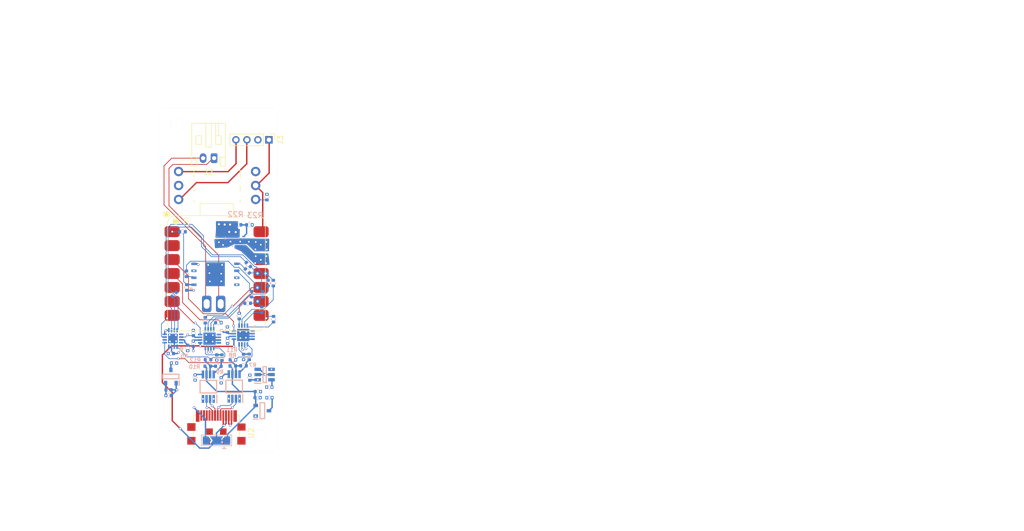
<source format=kicad_pcb>
(kicad_pcb (version 20240108) (generator "pcbnew") (generator_version "8.0")
  (title_block (rev "1"))
  (layers (0 "F.Cu" signal "Front") (1 "In1.Cu" signal) (2 "In2.Cu" signal) (31 "B.Cu" signal "Back") (34 "B.Paste" user) (35 "F.Paste" user) (36 "B.SilkS" user "B.Silkscreen") (37 "F.SilkS" user "F.Silkscreen") (38 "B.Mask" user) (39 "F.Mask" user) (44 "Edge.Cuts" user))
  (net 0 "")
  (net 1 "5V Lin")
  (net 2 "5V5")
  (net 3 "2V5 Lin")
  (net 4 "5V Reference")
  (net 5 "3V3")
  (net 6 "FilteredSig2")
  (net 7 "FilteredSig1")
  (net 8 "S2+")
  (net 9 "AmplifiedSig2")
  (net 10 "Net-(IC1-FB)")
  (net 11 "S2-")
  (net 12 "Net-(IC2-FB)")
  (net 13 "S1+")
  (net 14 "S1-")
  (net 15 "AmplifiedSig1")
  (net 16 "Net-(IC3-VREF)")
  (net 17 "SCLK_DAC")
  (net 18 "DAC Bias1")
  (net 19 "CS-DAC")
  (net 20 "MOSI_DAC")
  (net 21 "DAC Bias2")
  (net 22 "LDAC-DAC")
  (net 28 "ADC DReady2")
  (net 29 "MISO_ADC2")
  (net 30 "MOSI_ADC2")
  (net 31 "CS-ADC2")
  (net 32 "Gage Excitation")
  (net 33 "SCLK_ADC2")
  (net 34 "MISO_ADC1")
  (net 35 "SCLK_ADC1")
  (net 37 "ADC DReady1")
  (net 38 "CS-ADC1")
  (net 39 "MOSI_ADC1")
  (net 40 "SCLK_FLASH")
  (net 41 "MISO_FLASH")
  (net 42 "MOSI_FLASH")
  (net 43 "CS-MEM")
  (net 44 "5V USB")
  (net 45 "USB_D+")
  (net 46 "USB_D-")
  (net 47 "Net-(J1-CC)")
  (net 48 "BAT+")
  (net 49 "BAT-")
  (net 50 "Net-(PS3-FB)")
  (net 51 "Net-(U1-PA02_A0_D0)")
  (net 52 "MISO")
  (net 53 "SCLK")
  (net 54 "MOSI")
  (net 59 "Net-(U1-PA8_A4_D4_SDA)")
  (net 60 "Net-(U1-PB09_A7_D7_RX)")
  (net 62 "Net-(U1-PA11_A3_D3)")
  (net 63 "GNDA")
  (footprint "21xt_footprints:USB_C_MOUNT" (layer "F.Cu") (at 10.419606 56.226296)
    (property "Reference" "U2")
    (property "Value" "~")
  )
  (footprint "21xt_footprints:USB_C_PLACE" (layer "F.Cu") (at 10.55 11.629)
    (property "Reference" "J1" (hide yes))
    (property "Value" "USB_C_Plug_USB2.0")
  )
  (footprint "21xt_footprints:esp32 c6 smt" (layer "F.Cu") (at 10.66 30.17)
    (property "Reference" "U1")
    (property "Value" "esp32 c6 xiao")
  )
  (footprint "Connector_PinHeader_2.00mm:PinHeader_1x04_P2.00mm_Vertical" (layer "F.Cu") (at 19.97 5.86 -90)
    (property "Reference" "J3")
    (property "Value" "Conn_01x04")
  )
  (footprint "Connector_JST:JST_PH_S2B-PH-K_1x02_P2.00mm_Horizontal" (layer "F.Cu") (at 10 9.2 180)
    (property "Reference" "J2")
    (property "Value" "Conn_01x02")
  )
  (footprint "21xt_footprints:TPSM83100SIUR" (layer "B.Cu") (at 14.78 24.37)
    (property "Reference" "PS3" (hide yes))
    (property "Value" "TPSM83100SIUR" (hide yes))
  )
  (footprint "Capacitor_SMD:C_0402_1005Metric" (layer "B.Cu") (at 6.56 49.12 90)
    (property "Reference" "C3" (hide yes))
    (property "Value" "0.1uF")
  )
  (footprint "Resistor_SMD:R_0402_1005Metric" (layer "B.Cu") (at 20.81 38.5 90)
    (property "Reference" "R4" (hide yes))
    (property "Value" "45.5")
  )
  (footprint "Resistor_SMD:R_0402_1005Metric" (layer "B.Cu") (at 19.61 16.29 90)
    (property "Reference" "R6" (hide yes))
    (property "Value" "5k")
  )
  (footprint "Capacitor_SMD:C_0402_1005Metric" (layer "B.Cu") (at 1.73 51.36)
    (property "Reference" "C8" (hide yes))
    (property "Value" "1uF")
  )
  (footprint "Resistor_SMD:R_0402_1005Metric" (layer "B.Cu") (at 8.85 47.06)
    (property "Reference" "R10")
    (property "Value" "1k")
  )
  (footprint "Capacitor_SMD:C_0402_1005Metric" (layer "B.Cu") (at 2.14 44.75 180)
    (property "Reference" "C1" (hide yes))
    (property "Value" ".1uF")
  )
  (footprint "Resistor_SMD:R_0402_1005Metric" (layer "B.Cu") (at 4.26 22.6 180)
    (property "Reference" "R2" (hide yes))
    (property "Value" "45.5")
  )
  (footprint "Resistor_SMD:R_0402_1005Metric" (layer "B.Cu") (at 5.2 43.73 90)
    (property "Reference" "R5")
    (property "Value" "100")
  )
  (footprint "Resistor_SMD:R_0402_1005Metric" (layer "B.Cu") (at 18.8 33.96 -90)
    (property "Reference" "R18" (hide yes))
    (property "Value" "45.5")
  )
  (footprint "Resistor_SMD:R_0402_1005Metric" (layer "B.Cu") (at 5.03 32.73 90)
    (property "Reference" "R20" (hide yes))
    (property "Value" "100k")
  )
  (footprint "Resistor_SMD:R_0402_1005Metric" (layer "B.Cu") (at 10.78 39.14)
    (property "Reference" "R3" (hide yes))
    (property "Value" "45.5")
  )
  (footprint "Resistor_SMD:R_0402_1005Metric" (layer "B.Cu") (at 4.97 30.24 90)
    (property "Reference" "R15" (hide yes))
    (property "Value" "45.5")
  )
  (footprint "Capacitor_SMD:C_0402_1005Metric" (layer "B.Cu") (at 2.72 46.49)
    (property "Reference" "C11" (hide yes))
    (property "Value" "1uF")
  )
  (footprint "Resistor_SMD:R_0402_1005Metric" (layer "B.Cu") (at 13.42 45.9)
    (property "Reference" "R11")
    (property "Value" "50k")
  )
  (footprint "Capacitor_SMD:C_0402_1005Metric" (layer "B.Cu") (at 17.91 52.78)
    (property "Reference" "C5" (hide yes))
    (property "Value" "10uF")
  )
  (footprint "Resistor_SMD:R_0402_1005Metric" (layer "B.Cu") (at 8.4 38.68 90)
    (property "Reference" "R13" (hide yes))
    (property "Value" "45.5")
  )
  (footprint "Capacitor_SMD:C_0402_1005Metric" (layer "B.Cu") (at 20.04 50.86 180)
    (property "Reference" "C4" (hide yes))
    (property "Value" "0.1uF")
  )
  (footprint "Resistor_SMD:R_0402_1005Metric" (layer "B.Cu") (at 10.78 47.06)
    (property "Reference" "R9")
    (property "Value" "200k")
  )
  (footprint "Resistor_SMD:R_0402_1005Metric" (layer "B.Cu") (at 2.75 33.98 45)
    (property "Reference" "R1" (hide yes))
    (property "Value" "45.5")
  )
  (footprint "Resistor_SMD:R_0402_1005Metric" (layer "B.Cu") (at 18.67 36.77 90)
    (property "Reference" "R17" (hide yes))
    (property "Value" "45.5")
  )
  (footprint "Capacitor_SMD:C_0402_1005Metric" (layer "B.Cu") (at 6.23 42.97 -90)
    (property "Reference" "C17" (hide yes))
    (property "Value" "0.1uF")
  )
  (footprint "Resistor_SMD:R_0402_1005Metric" (layer "B.Cu") (at 16.05 29.73 -45)
    (property "Reference" "R28" (hide yes))
    (property "Value" "45.5")
  )
  (footprint "21xt_footprints:SON127P800X600X80-9N-D" (layer "B.Cu") (at 10.23 30.325)
    (property "Reference" "IC7" (hide yes))
    (property "Value" "W25N04KVZEIR" (hide yes))
  )
  (footprint "Capacitor_SMD:C_0805_2012Metric" (layer "B.Cu") (at 11.33 23.77 -90)
    (property "Reference" "C12" (hide yes))
    (property "Value" "47uF")
  )
  (footprint "Capacitor_SMD:C_0402_1005Metric" (layer "B.Cu") (at 1.72 52.39)
    (property "Reference" "C6" (hide yes))
    (property "Value" "10uF")
  )
  (footprint "Resistor_SMD:R_0402_1005Metric" (layer "B.Cu") (at 16.42 21.34 180)
    (property "Reference" "R23")
    (property "Value" "80.6k")
  )
  (footprint "Resistor_SMD:R_0402_1005Metric" (layer "B.Cu") (at 8.9 45.87)
    (property "Reference" "R12")
    (property "Value" "50k")
  )
  (footprint "Capacitor_SMD:C_0402_1005Metric" (layer "B.Cu") (at 11.3 49.62 90)
    (property "Reference" "C2" (hide yes))
    (property "Value" "0.1uF")
  )
  (footprint "21xt_footprints:AP2120N-2.5TRG1" (layer "B.Cu") (at 18.77 55.16)
    (property "Reference" "PS1" (hide yes))
    (property "Value" "AP2120N-2.5TRG1" (hide yes))
  )
  (footprint "Resistor_SMD:R_0402_1005Metric" (layer "B.Cu") (at 20.76 31.94 90)
    (property "Reference" "R24" (hide yes))
    (property "Value" "45.5")
  )
  (footprint "Capacitor_SMD:C_0402_1005Metric" (layer "B.Cu") (at 17.96 51.68)
    (property "Reference" "C7" (hide yes))
    (property "Value" "1uF")
  )
  (footprint "Resistor_SMD:R_0402_1005Metric" (layer "B.Cu") (at 11.44 45.49 90)
    (property "Reference" "R26" (hide yes))
    (property "Value" "1k")
  )
  (footprint "21xt_footprints:AD8237ARMZ" (layer "B.Cu") (at 8.95 50.78 90)
    (property "Reference" "IC2" (hide yes))
    (property "Value" "AD8237ARMZ" (hide yes))
  )
  (footprint "Resistor_SMD:R_0402_1005Metric" (layer "B.Cu") (at 16.79 33.94 -90)
    (property "Reference" "R19" (hide yes))
    (property "Value" "45.5")
  )
  (footprint "Resistor_SMD:R_0402_1005Metric" (layer "B.Cu") (at 19.81 31.94 90)
    (property "Reference" "R21" (hide yes))
    (property "Value" "45.5")
  )
  (footprint "Capacitor_SMD:C_0402_1005Metric" (layer "B.Cu") (at 20.06 52.79 180)
    (property "Reference" "C10" (hide yes))
    (property "Value" "1uF")
  )
  (footprint "21xt_footprints:SOT95P280X145-6N" (layer "B.Cu") (at 19.19 48.58)
    (property "Reference" "IC4" (hide yes))
    (property "Value" "MCP1502T-50E_CHY" (hide yes))
  )
  (footprint "Capacitor_SMD:C_0402_1005Metric" (layer "B.Cu") (at 12.45 42.44 -90)
    (property "Reference" "C14" (hide yes))
    (property "Value" "0.1uF")
  )
  (footprint "Capacitor_SMD:C_0402_1005Metric" (layer "B.Cu") (at 12.42 40.4 90)
    (property "Reference" "C13" (hide yes))
    (property "Value" "0.1uF")
  )
  (footprint "Resistor_SMD:R_0402_1005Metric" (layer "B.Cu") (at 14.36 21.33 180)
    (property "Reference" "R22")
    (property "Value" "806k")
  )
  (footprint "Resistor_SMD:R_0402_1005Metric" (layer "B.Cu") (at 16.11 35.6)
    (property "Reference" "R16" (hide yes))
    (property "Value" "45.5")
  )
  (footprint "21xt_footprints:QFN50P350X350X100-17N-D" (layer "B.Cu") (at 15.3 41.38 180)
    (property "Reference" "IC5" (hide yes))
    (property "Value" "ADS1120IRVAR" (hide yes))
  )
  (footprint "Resistor_SMD:R_0402_1005Metric" (layer "B.Cu") (at 14.57 37.94 90)
    (property "Reference" "R14" (hide yes))
    (property "Value" "45.5")
  )
  (footprint "Resistor_SMD:R_0402_1005Metric" (layer "B.Cu") (at 16.39 45.36 90)
    (property "Reference" "R25" (hide yes))
    (property "Value" "1k")
  )
  (footprint "21xt_footprints:QFN50P350X350X100-17N-D" (layer "B.Cu") (at 9.17 42.05 180)
    (property "Reference" "IC6" (hide yes))
    (property "Value" "ADS1120IRVAR" (hide yes))
  )
  (footprint "Capacitor_SMD:C_0402_1005Metric" (layer "B.Cu") (at 10.49 45.47 -90)
    (property "Reference" "C18" (hide yes))
    (property "Value" "10nF")
  )
  (footprint "Capacitor_SMD:C_0402_1005Metric" (layer "B.Cu") (at 6.24 41.01 90)
    (property "Reference" "C16" (hide yes))
    (property "Value" "0.1uF")
  )
  (footprint "21xt_footprints:AD8237ARMZ" (layer "B.Cu") (at 13.65 50.74 90)
    (property "Reference" "IC1" (hide yes))
    (property "Value" "AD8237ARMZ" (hide yes))
  )
  (footprint "21xt_footprints:AD5689RBCPZ-RL7" (layer "B.Cu") (at 2.52 42.01 90)
    (property "Reference" "IC3" (hide yes))
    (property "Value" "AD5689RBCPZ-RL7" (hide yes))
  )
  (footprint "Resistor_SMD:R_0402_1005Metric" (layer "B.Cu") (at 15.35 46.98)
    (property "Reference" "R7")
    (property "Value" "200k")
  )
  (footprint "Capacitor_SMD:C_0402_1005Metric" (layer "B.Cu") (at 16.5 49.15 90)
    (property "Reference" "C9" (hide yes))
    (property "Value" "1uF")
  )
  (footprint "Resistor_SMD:R_0402_1005Metric" (layer "B.Cu") (at 13.39 47)
    (property "Reference" "R8")
    (property "Value" "1k")
  )
  (footprint "21xt_footprints:AP2120N-5.0TRG1" (layer "B.Cu") (at 2.15 48.93 90)
    (property "Reference" "PS2" (hide yes))
    (property "Value" "AP2120N-5.0TRG1" (hide yes))
  )
  (footprint "21xt_footprints:SolderJumper-3_P2.0mm_Open_TrianglePad1.0x1.5mm" (layer "B.Cu") (at 10.44 60.58 180)
    (property "Reference" "JP1" (hide yes))
    (property "Value" "Jumper_3_Bridged12")
  )
  (footprint "Resistor_SMD:R_0402_1005Metric" (layer "B.Cu") (at 16.23 28.55 -45)
    (property "Reference" "R27" (hide yes))
    (property "Value" "45.5")
  )
  (footprint "Capacitor_SMD:C_0402_1005Metric" (layer "B.Cu") (at 15.36 45.37 -90)
    (property "Reference" "C15" (hide yes))
    (property "Value" "10nF")
  )
  (gr_line (start 1.269999 62.801988) (end 20.250916 62.801988) (stroke (width 0.01)) (layer "Edge.Cuts"))
  (gr_circle (center 3.175 3.175) (end 4.3053 3.175) (stroke (width 0.01)) (fill none) (layer "Edge.Cuts"))
  (gr_line (start 21.520912 1.27) (end 21.520912 61.53199) (stroke (width 0.01)) (layer "Edge.Cuts"))
  (gr_arc (start 20.250916 0) (mid 21.14894 0.371974) (end 21.520912 1.27) (stroke (width 0.01)) (layer "Edge.Cuts"))
  (gr_line (start 0 1.269999) (end 0 61.531989) (stroke (width 0.01)) (layer "Edge.Cuts"))
  (gr_arc (start 1.269999 62.801988) (mid 0.371973 62.430014) (end 0 61.531989) (stroke (width 0.01)) (layer "Edge.Cuts"))
  (gr_arc (start 0 1.269999) (mid 0.371974 0.371974) (end 1.269999 0) (stroke (width 0.01)) (layer "Edge.Cuts"))
  (gr_circle (center 18.345912 59.626988) (end 19.476212 59.626988) (stroke (width 0.01)) (fill none) (layer "Edge.Cuts"))
  (gr_line (start 1.269999 0) (end 20.250916 0) (stroke (width 0.01)) (layer "Edge.Cuts"))
  (gr_arc (start 21.520912 61.53199) (mid 21.148939 62.430014) (end 20.250916 62.801988) (stroke (width 0.01)) (layer "Edge.Cuts"))
  (via (at 1.24 52.39) (size 0.45) (drill 0.3) (layers "F.Cu" "B.Cu") (net 1))
  (via (at 6.35 54.59) (size 0.45) (drill 0.3) (layers "F.Cu" "B.Cu") (net 1))
  (via (at 11.3 49.14) (size 0.45) (drill 0.3) (layers "F.Cu" "B.Cu") (net 1))
  (via (at 14.625 52.965) (size 0.45) (drill 0.3) (layers "F.Cu" "B.Cu") (net 1))
  (via (at 9.925 53.005) (size 0.45) (drill 0.3) (layers "F.Cu" "B.Cu") (net 1))
  (via (at 3.55 44.55) (size 0.45) (drill 0.3) (layers "F.Cu" "B.Cu") (net 1))
  (via (at 6.56 48.64) (size 0.45) (drill 0.3) (layers "F.Cu" "B.Cu") (net 1))
  (segment (start 12.675 48.515) (end 11.925 48.515) (width 0.254) (layer "B.Cu") (net 1))
  (segment (start 3.55 44.55) (end 3.35 44.75) (width 0.254) (layer "B.Cu") (net 1))
  (segment (start 7.975 48.555) (end 6.645 48.555) (width 0.254) (layer "B.Cu") (net 1))
  (segment (start 8.44 56.68) (end 8.44 60.58) (width 0.254) (layer "B.Cu") (net 1))
  (segment (start 6.35 54.59) (end 8.44 56.68) (width 0.254) (layer "B.Cu") (net 1))
  (segment (start 1.19 50.13) (end 1.19 51.3) (width 0.254) (layer "B.Cu") (net 1))
  (segment (start 6.645 48.555) (end 6.56 48.64) (width 0.254) (layer "B.Cu") (net 1))
  (segment (start 1.25 51.36) (end 1.25 52.38) (width 0.254) (layer "B.Cu") (net 1))
  (segment (start 2.27 44.4) (end 2.62 44.75) (width 0.254) (layer "B.Cu") (net 1))
  (segment (start 1.19 51.3) (end 1.25 51.36) (width 0.254) (layer "B.Cu") (net 1))
  (segment (start 11.925 48.515) (end 11.3 49.14) (width 0.254) (layer "B.Cu") (net 1))
  (segment (start 3.35 44.75) (end 2.62 44.75) (width 0.254) (layer "B.Cu") (net 1))
  (segment (start 1.25 52.38) (end 1.24 52.39) (width 0.254) (layer "B.Cu") (net 1))
  (segment (start 2.27 43.51) (end 2.27 44.4) (width 0.254) (layer "B.Cu") (net 1))
  (via (at 20.56 52.78) (size 0.45) (drill 0.3) (layers "F.Cu" "B.Cu") (net 2))
  (via (at 12.45 41.96) (size 0.45) (drill 0.3) (layers "F.Cu" "B.Cu") (net 2))
  (via (at 11.92 21.28) (size 0.889) (drill 0.381) (layers "F.Cu" "B.Cu") (net 2))
  (via (at 2.24 46.49) (size 0.45) (drill 0.3) (layers "F.Cu" "B.Cu") (net 2))
  (via (at 12.91 21.28) (size 0.889) (drill 0.381) (layers "F.Cu" "B.Cu") (net 2))
  (via (at 20.44 47.63) (size 0.45) (drill 0.3) (layers "F.Cu" "B.Cu") (net 2))
  (via (at 12.75 22.62) (size 0.889) (drill 0.381) (layers "F.Cu" "B.Cu") (net 2))
  (via (at 10.88 21.23) (size 0.889) (drill 0.381) (layers "F.Cu" "B.Cu") (net 2))
  (via (at 20.52 50.86) (size 0.45) (drill 0.3) (layers "F.Cu" "B.Cu") (net 2))
  (via (at 6.23 42.49) (size 0.45) (drill 0.3) (layers "F.Cu" "B.Cu") (net 2))
  (via (at 13.93 22.65) (size 0.889) (drill 0.381) (layers "F.Cu" "B.Cu") (net 2))
  (segment (start 2.24 46.49) (end 2.15 46.58) (width 0.254) (layer "B.Cu") (net 2))
  (segment (start 6.42 42.3) (end 6.23 42.49) (width 0.254) (layer "B.Cu") (net 2))
  (segment (start 12.45 41.96) (end 12.78 41.63) (width 0.254) (layer "B.Cu") (net 2))
  (segment (start 20.52 49.61) (end 20.44 49.53) (width 0.254) (layer "B.Cu") (net 2))
  (segment (start 12.78 41.63) (end 13.6 41.63) (width 0.254) (layer "B.Cu") (net 2))
  (segment (start 20.54 52.79) (end 20.56 52.78) (width 0.254) (layer "B.Cu") (net 2))
  (segment (start 20.56 52.78) (end 20.54 54.59) (width 0.254) (layer "B.Cu") (net 2))
  (segment (start 20.54 54.59) (end 19.97 55.16) (width 0.254) (layer "B.Cu") (net 2))
  (segment (start 7.47 42.3) (end 6.42 42.3) (width 0.254) (layer "B.Cu") (net 2))
  (segment (start 20.52 50.86) (end 20.52 49.61) (width 0.254) (layer "B.Cu") (net 2))
  (segment (start 20.44 50.78) (end 20.52 50.86) (width 0.254) (layer "B.Cu") (net 2))
  (segment (start 2.15 46.58) (end 2.15 47.73) (width 0.254) (layer "B.Cu") (net 2))
  (segment (start 10.5 51.66) (end 8.625 49.785) (width 0.254) (layer "B.Cu") (net 3))
  (segment (start 13.325 47.445) (end 12.88 47) (width 0.254) (layer "B.Cu") (net 3))
  (segment (start 13.325 50.334) (end 13.325 48.515) (width 0.254) (layer "B.Cu") (net 3))
  (segment (start 14.651 51.66) (end 10.5 51.66) (width 0.254) (layer "B.Cu") (net 3))
  (segment (start 13.325 48.515) (end 13.325 47.445) (width 0.254) (layer "B.Cu") (net 3))
  (segment (start 17.43 52.78) (end 17.43 51.73) (width 0.254) (layer "B.Cu") (net 3))
  (segment (start 17.57 54.33) (end 12.44 59.46) (width 0.254) (layer "B.Cu") (net 3))
  (segment (start 17.57 54.2) (end 17.57 52.92) (width 0.254) (layer "B.Cu") (net 3))
  (segment (start 17.48 51.68) (end 17.46 51.66) (width 0.254) (layer "B.Cu") (net 3))
  (segment (start 17.57 54.2) (end 17.57 54.33) (width 0.254) (layer "B.Cu") (net 3))
  (segment (start 8.625 47.345) (end 8.34 47.06) (width 0.254) (layer "B.Cu") (net 3))
  (segment (start 17.57 52.92) (end 17.43 52.78) (width 0.254) (layer "B.Cu") (net 3))
  (segment (start 12.44 59.46) (end 12.44 60.58) (width 0.254) (layer "B.Cu") (net 3))
  (segment (start 8.625 48.555) (end 8.625 47.345) (width 0.254) (layer "B.Cu") (net 3))
  (segment (start 17.43 51.73) (end 17.48 51.68) (width 0.254) (layer "B.Cu") (net 3))
  (segment (start 17.46 51.66) (end 14.651 51.66) (width 0.254) (layer "B.Cu") (net 3))
  (segment (start 14.651 51.66) (end 13.325 50.334) (width 0.254) (layer "B.Cu") (net 3))
  (segment (start 8.625 49.785) (end 8.625 48.555) (width 0.254) (layer "B.Cu") (net 3))
  (via (at 5.2 44.24) (size 0.45) (drill 0.3) (layers "F.Cu" "B.Cu") (net 4))
  (via (at 8.92 44.5) (size 0.45) (drill 0.3) (layers "F.Cu" "B.Cu") (net 4))
  (via (at 15.19 44.05) (size 0.45) (drill 0.3) (layers "F.Cu" "B.Cu") (net 4))
  (via (at 17.94 49.53) (size 0.45) (drill 0.3) (layers "F.Cu" "B.Cu") (net 4))
  (segment (start 17.94 49.53) (end 16.6 49.53) (width 0.254) (layer "B.Cu") (net 4))
  (segment (start 16.6 49.53) (end 16.5 49.63) (width 0.254) (layer "B.Cu") (net 4))
  (segment (start 8.92 43.75) (end 8.92 44.5) (width 0.127) (layer "B.Cu") (net 4))
  (segment (start 15.05 43.91) (end 15.19 44.05) (width 0.127) (layer "B.Cu") (net 4))
  (segment (start 15.05 43.08) (end 15.05 43.91) (width 0.127) (layer "B.Cu") (net 4))
  (via (at 19.5 27.04) (size 0.45) (drill 0.3) (layers "F.Cu" "B.Cu") (net 5))
  (via (at 14.13 30.96) (size 0.45) (drill 0.3) (layers "F.Cu" "B.Cu") (net 5))
  (via (at 11.43 40.58) (size 0.45) (drill 0.3) (layers "F.Cu" "B.Cu") (net 5))
  (via (at 6.33 29.69) (size 0.45) (drill 0.3) (layers "F.Cu" "B.Cu") (net 5))
  (via (at 14.13 32.23) (size 0.45) (drill 0.3) (layers "F.Cu" "B.Cu") (net 5))
  (via (at 6.28 33.27) (size 0.45) (drill 0.3) (layers "F.Cu" "B.Cu") (net 5))
  (via (at 17.56 27.04) (size 0.45) (drill 0.3) (layers "F.Cu" "B.Cu") (net 5))
  (via (at 5.2 41.33) (size 0.45) (drill 0.3) (layers "F.Cu" "B.Cu") (net 5))
  (via (at 1.21 40.59) (size 0.45) (drill 0.3) (layers "F.Cu" "B.Cu") (net 5))
  (via (at 19.44 28.29) (size 0.45) (drill 0.3) (layers "F.Cu" "B.Cu") (net 5))
  (via (at 17.47 28.29) (size 0.45) (drill 0.3) (layers "F.Cu" "B.Cu") (net 5))
  (via (at 18.5 27.69) (size 0.45) (drill 0.3) (layers "F.Cu" "B.Cu") (net 5))
  (segment (start 5.06 33.27) (end 5.03 33.24) (width 0.254) (layer "B.Cu") (net 5))
  (segment (start 12.42 40.88) (end 12.67 41.13) (width 0.254) (layer "B.Cu") (net 5))
  (segment (start 12.67 41.13) (end 13.6 41.13) (width 0.254) (layer "B.Cu") (net 5))
  (segment (start 1.02 41.26) (end 1.02 40.78) (width 0.254) (layer "B.Cu") (net 5))
  (segment (start 7.47 41.8) (end 6.55 41.8) (width 0.254) (layer "B.Cu") (net 5))
  (segment (start 6.55 41.8) (end 6.24 41.49) (width 0.254) (layer "B.Cu") (net 5))
  (segment (start 4.77 41.76) (end 4.02 41.76) (width 0.127) (layer "B.Cu") (net 5))
  (segment (start 5.2 41.33) (end 4.77 41.76) (width 0.127) (layer "B.Cu") (net 5))
  (segment (start 1.29 40.51) (end 1.21 40.59) (width 0.254) (layer "B.Cu") (net 5))
  (segment (start 12.42 40.88) (end 11.73 40.88) (width 0.254) (layer "B.Cu") (net 5))
  (segment (start 1.77 40.51) (end 1.29 40.51) (width 0.254) (layer "B.Cu") (net 5))
  (segment (start 5.2 41.33) (end 5.36 41.49) (width 0.127) (layer "B.Cu") (net 5))
  (segment (start 5.36 41.49) (end 6.24 41.49) (width 0.127) (layer "B.Cu") (net 5))
  (segment (start 11.73 40.88) (end 11.43 40.58) (width 0.254) (layer "B.Cu") (net 5))
  (segment (start 1.02 40.78) (end 1.21 40.59) (width 0.254) (layer "B.Cu") (net 5))
  (segment (start 6.28 33.27) (end 5.06 33.27) (width 0.254) (layer "B.Cu") (net 5))
  (segment (start 14.55 43.08) (end 14.55 44.08) (width 0.127) (layer "B.Cu") (net 6))
  (segment (start 15.4 44.85) (end 15.36 44.89) (width 0.254) (layer "B.Cu") (net 6))
  (segment (start 16.39 44.85) (end 15.4 44.85) (width 0.254) (layer "B.Cu") (net 6))
  (segment (start 14.55 44.08) (end 15.36 44.89) (width 0.127) (layer "B.Cu") (net 6))
  (segment (start 11.44 44.98) (end 11.44 44.88) (width 0.254) (layer "B.Cu") (net 7))
  (segment (start 10.5 44.98) (end 10.49 44.99) (width 0.254) (layer "B.Cu") (net 7))
  (segment (start 8.42 43.75) (end 8.42 44.75) (width 0.127) (layer "B.Cu") (net 7))
  (segment (start 8.42 44.75) (end 8.66 44.99) (width 0.127) (layer "B.Cu") (net 7))
  (segment (start 8.66 44.99) (end 10.49 44.99) (width 0.127) (layer "B.Cu") (net 7))
  (segment (start 11.44 44.98) (end 10.5 44.98) (width 0.254) (layer "B.Cu") (net 7))
  (segment (start 13.08 54.8) (end 11.318902 54.8) (width 0.127) (layer "F.Cu") (net 8))
  (segment (start 13.34 54.54) (end 13.08 54.8) (width 0.127) (layer "F.Cu") (net 8))
  (segment (start 11.318902 54.8) (end 11.169606 54.949296) (width 0.127) (layer "F.Cu") (net 8))
  (segment (start 11.169606 54.949296) (end 11.169606 56.026296) (width 0.127) (layer "F.Cu") (net 8))
  (via (at 13.34 54.54) (size 0.45) (drill 0.3) (layers "F.Cu" "B.Cu") (net 8))
  (segment (start 13.34 54.54) (end 13.975 53.905) (width 0.127) (layer "B.Cu") (net 8))
  (segment (start 13.975 53.905) (end 13.975 52.965) (width 0.127) (layer "B.Cu") (net 8))
  (segment (start 15.86 46.98) (end 15.86 46.4) (width 0.254) (layer "B.Cu") (net 9))
  (segment (start 15.86 46.4) (end 16.39 45.87) (width 0.254) (layer "B.Cu") (net 9))
  (segment (start 14.625 48.515) (end 14.625 48.215) (width 0.254) (layer "B.Cu") (net 9))
  (segment (start 14.625 48.215) (end 15.86 46.98) (width 0.254) (layer "B.Cu") (net 9))
  (segment (start 13.9 47) (end 13.9 46.89) (width 0.254) (layer "B.Cu") (net 10))
  (segment (start 13.9 46.89) (end 12.91 45.9) (width 0.254) (layer "B.Cu") (net 10))
  (segment (start 13.975 48.515) (end 13.975 47.075) (width 0.254) (layer "B.Cu") (net 10))
  (segment (start 14.82 47) (end 14.84 46.98) (width 0.254) (layer "B.Cu") (net 10))
  (segment (start 13.975 47.075) (end 13.9 47) (width 0.254) (layer "B.Cu") (net 10))
  (segment (start 13.9 47) (end 14.82 47) (width 0.254) (layer "B.Cu") (net 10))
  (segment (start 10.87 54.55) (end 10.669606 54.750394) (width 0.127) (layer "F.Cu") (net 11))
  (segment (start 10.669606 54.750394) (end 10.669606 56.026296) (width 0.127) (layer "F.Cu") (net 11))
  (via (at 10.87 54.55) (size 0.45) (drill 0.3) (layers "F.Cu" "B.Cu") (net 11))
  (segment (start 11.22 54.2) (end 12.88 54.2) (width 0.127) (layer "B.Cu") (net 11))
  (segment (start 13.325 53.755) (end 13.325 52.965) (width 0.127) (layer "B.Cu") (net 11))
  (segment (start 10.87 54.55) (end 11.22 54.2) (width 0.127) (layer "B.Cu") (net 11))
  (segment (start 12.88 54.2) (end 13.325 53.755) (width 0.127) (layer "B.Cu") (net 11))
  (segment (start 8.39 46.09) (end 9.36 47.06) (width 0.254) (layer "B.Cu") (net 12))
  (segment (start 9.275 48.555) (end 9.275 47.145) (width 0.254) (layer "B.Cu") (net 12))
  (segment (start 8.39 45.87) (end 8.39 46.09) (width 0.254) (layer "B.Cu") (net 12))
  (segment (start 9.275 47.145) (end 9.36 47.06) (width 0.254) (layer "B.Cu") (net 12))
  (segment (start 10.27 47.06) (end 9.36 47.06) (width 0.254) (layer "B.Cu") (net 12))
  (segment (start 10.169606 56.026296) (end 10.169606 54.788168) (width 0.127) (layer "F.Cu") (net 13))
  (segment (start 10.169606 54.788168) (end 9.643975 54.262537) (width 0.127) (layer "F.Cu") (net 13))
  (via (at 9.643975 54.262537) (size 0.45) (drill 0.3) (layers "F.Cu" "B.Cu") (net 13))
  (segment (start 9.275 53.893562) (end 9.275 53.005) (width 0.127) (layer "B.Cu") (net 13))
  (segment (start 9.643975 54.262537) (end 9.275 53.893562) (width 0.127) (layer "B.Cu") (net 13))
  (segment (start 9.669606 55.119606) (end 9.669606 56.026296) (width 0.127) (layer "F.Cu") (net 14))
  (segment (start 8.7 54.6) (end 9.15 54.6) (width 0.127) (layer "F.Cu") (net 14))
  (segment (start 9.15 54.6) (end 9.669606 55.119606) (width 0.127) (layer "F.Cu") (net 14))
  (via (at 8.7 54.6) (size 0.45) (drill 0.3) (layers "F.Cu" "B.Cu") (net 14))
  (segment (start 8.625 54.525) (end 8.625 53.005) (width 0.127) (layer "B.Cu") (net 14))
  (segment (start 8.7 54.6) (end 8.625 54.525) (width 0.127) (layer "B.Cu") (net 14))
  (segment (start 11.29 47.06) (end 11.29 46.15) (width 0.254) (layer "B.Cu") (net 15))
  (segment (start 9.925 48.555) (end 9.925 48.425) (width 0.254) (layer "B.Cu") (net 15))
  (segment (start 11.29 46.15) (end 11.44 46) (width 0.254) (layer "B.Cu") (net 15))
  (segment (start 9.925 48.425) (end 11.29 47.06) (width 0.254) (layer "B.Cu") (net 15))
  (segment (start 5.2 43.22) (end 4.674 42.694) (width 0.254) (layer "B.Cu") (net 16))
  (segment (start 4.514 42.26) (end 4.02 42.26) (width 0.254) (layer "B.Cu") (net 16))
  (segment (start 4.674 42.42) (end 4.514 42.26) (width 0.254) (layer "B.Cu") (net 16))
  (segment (start 4.674 42.694) (end 4.674 42.42) (width 0.254) (layer "B.Cu") (net 16))
  (segment (start 18.8 33.45) (end 18.6095 33.2595) (width 0.127) (layer "B.Cu") (net 17))
  (segment (start 1.28 35.56) (end 2.27 36.55) (width 0.127) (layer "B.Cu") (net 17))
  (segment (start 17.64 28.94) (end 17.374512 28.94) (width 0.127) (layer "B.Cu") (net 17))
  (segment (start 1.28 22.14) (end 1.28 35.56) (width 0.127) (layer "B.Cu") (net 17))
  (segment (start 8.07 23.32) (end 6 21.25) (width 0.127) (layer "B.Cu") (net 17))
  (segment (start 2.27 36.55) (end 2.27 40.51) (width 0.127) (layer "B.Cu") (net 17))
  (segment (start 8.07 25.15) (end 8.07 23.32) (width 0.127) (layer "B.Cu") (net 17))
  (segment (start 18.6095 29.9095) (end 17.64 28.94) (width 0.127) (layer "B.Cu") (net 17))
  (segment (start 17.374512 28.94) (end 15.224512 26.79) (width 0.127) (layer "B.Cu") (net 17))
  (segment (start 2.17 21.25) (end 1.28 22.14) (width 0.127) (layer "B.Cu") (net 17))
  (segment (start 15.224512 26.79) (end 9.71 26.79) (width 0.127) (layer "B.Cu") (net 17))
  (segment (start 18.6095 33.2595) (end 18.6095 29.9095) (width 0.127) (layer "B.Cu") (net 17))
  (segment (start 9.71 26.79) (end 8.07 25.15) (width 0.127) (layer "B.Cu") (net 17))
  (segment (start 6 21.25) (end 2.17 21.25) (width 0.127) (layer "B.Cu") (net 17))
  (segment (start 9.92 43.75) (end 10.994068 43.75) (width 0.127) (layer "B.Cu") (net 18))
  (segment (start 11.9505 45.253568) (end 11.743568 45.4605) (width 0.127) (layer "B.Cu") (net 18))
  (segment (start 5.1195 45.3595) (end 8.8995 45.3595) (width 0.127) (layer "B.Cu") (net 18))
  (segment (start 3.27 43.51) (end 5.1195 45.3595) (width 0.127) (layer "B.Cu") (net 18))
  (segment (start 8.8995 45.3595) (end 9.41 45.87) (width 0.127) (layer "B.Cu") (net 18))
  (segment (start 10.994068 43.75) (end 11.9505 44.706432) (width 0.127) (layer "B.Cu") (net 18))
  (segment (start 11.743568 45.4605) (end 9.8195 45.4605) (width 0.127) (layer "B.Cu") (net 18))
  (segment (start 11.9505 44.706432) (end 11.9505 45.253568) (width 0.127) (layer "B.Cu") (net 18))
  (segment (start 9.8195 45.4605) (end 9.41 45.87) (width 0.127) (layer "B.Cu") (net 18))
  (segment (start 2.81 40.47) (end 2.77 40.51) (width 0.127) (layer "B.Cu") (net 19))
  (segment (start 2.81 34.761248) (end 2.81 40.47) (width 0.127) (layer "B.Cu") (net 19))
  (segment (start 2.389376 34.340624) (end 2.81 34.761248) (width 0.127) (layer "B.Cu") (net 19))
  (segment (start 14.79 27.11) (end 9.52 27.11) (width 0.127) (layer "B.Cu") (net 20))
  (segment (start 15.869376 28.189376) (end 14.79 27.11) (width 0.127) (layer "B.Cu") (net 20))
  (segment (start 7.69 23.54) (end 5.89 21.74) (width 0.127) (layer "B.Cu") (net 20))
  (segment (start 1.62 22.36) (end 1.62 32.88) (width 0.127) (layer "B.Cu") (net 20))
  (segment (start 1.62 32.88) (end 3.44 34.7) (width 0.127) (layer "B.Cu") (net 20))
  (segment (start 9.52 27.11) (end 7.69 25.28) (width 0.127) (layer "B.Cu") (net 20))
  (segment (start 3.44 40.34) (end 3.27 40.51) (width 0.127) (layer "B.Cu") (net 20))
  (segment (start 5.89 21.74) (end 2.24 21.74) (width 0.127) (layer "B.Cu") (net 20))
  (segment (start 3.44 34.7) (end 3.44 40.34) (width 0.127) (layer "B.Cu") (net 20))
  (segment (start 2.24 21.74) (end 1.62 22.36) (width 0.127) (layer "B.Cu") (net 20))
  (segment (start 7.69 25.28) (end 7.69 23.54) (width 0.127) (layer "B.Cu") (net 20))
  (segment (start 4.68 45.68) (end 5.4135 46.4135) (width 0.127) (layer "F.Cu") (net 21))
  (segment (start 5.4135 46.4135) (end 13.4165 46.4135) (width 0.127) (layer "F.Cu") (net 21))
  (segment (start 3.509172 45.68) (end 4.68 45.68) (width 0.127) (layer "F.Cu") (net 21))
  (segment (start 13.4165 46.4135) (end 13.93 45.9) (width 0.127) (layer "F.Cu") (net 21))
  (via (at 3.509172 45.68) (size 0.45) (drill 0.3) (layers "F.Cu" "B.Cu") (net 21))
  (via (at 13.93 45.9) (size 0.45) (drill 0.3) (layers "F.Cu" "B.Cu") (net 21))
  (segment (start 1.02 44.89128) (end 1.02 42.76) (width 0.127) (layer "B.Cu") (net 21))
  (segment (start 16.743568 45.3795) (end 14.4505 45.3795) (width 0.127) (layer "B.Cu") (net 21))
  (segment (start 16.9005 43.9305) (end 16.9005 45.222568) (width 0.127) (layer "B.Cu") (net 21))
  (segment (start 16.05 43.08) (end 16.9005 43.9305) (width 0.127) (layer "B.Cu") (net 21))
  (segment (start 14.4505 45.3795) (end 13.93 45.9) (width 0.127) (layer "B.Cu") (net 21))
  (segment (start 1.80872 45.68) (end 1.02 44.89128) (width 0.127) (layer "B.Cu") (net 21))
  (segment (start 16.9005 45.222568) (end 16.743568 45.3795) (width 0.127) (layer "B.Cu") (net 21))
  (segment (start 3.509172 45.68) (end 1.80872 45.68) (width 0.127) (layer "B.Cu") (net 21))
  (segment (start 1.9785 37.8115) (end 1.44 38.35) (width 0.127) (layer "F.Cu") (net 22))
  (segment (start 2.3784 37.8115) (end 1.9785 37.8115) (width 0.127) (layer "F.Cu") (net 22))
  (via (at 1.44 38.35) (size 0.45) (drill 0.3) (layers "F.Cu" "B.Cu") (net 22))
  (segment (start 0.4295 41.6) (end 0.4295 39.3605) (width 0.127) (layer "B.Cu") (net 22))
  (segment (start 1.02 41.76) (end 0.5895 41.76) (width 0.127) (layer "B.Cu") (net 22))
  (segment (start 0.5895 41.76) (end 0.4295 41.6) (width 0.127) (layer "B.Cu") (net 22))
  (segment (start 0.4295 39.3605) (end 1.44 38.35) (width 0.127) (layer "B.Cu") (net 22))
  (segment (start 5.34 34.78165) (end 8.05835 37.5) (width 0.127) (layer "F.Cu") (net 28))
  (segment (start 13.54 38.93) (end 13.54 39.7) (width 0.127) (layer "F.Cu") (net 28))
  (segment (start 2.3784 27.6515) (end 5.34 30.6131) (width 0.127) (layer "F.Cu") (net 28))
  (segment (start 8.05835 37.5) (end 12.11 37.5) (width 0.127) (layer "F.Cu") (net 28))
  (segment (start 5.34 30.6131) (end 5.34 34.78165) (width 0.127) (layer "F.Cu") (net 28))
  (segment (start 12.11 37.5) (end 13.54 38.93) (width 0.127) (layer "F.Cu") (net 28))
  (via (at 13.54 39.7) (size 0.45) (drill 0.3) (layers "F.Cu" "B.Cu") (net 28))
  (segment (start 13.6 40.63) (end 13.6 39.76) (width 0.127) (layer "B.Cu") (net 28))
  (segment (start 13.6 39.76) (end 13.54 39.7) (width 0.127) (layer "B.Cu") (net 28))
  (segment (start 14.57 38.45) (end 14.57 39.66) (width 0.127) (layer "B.Cu") (net 29))
  (segment (start 15.0805 38.4995) (end 15.0805 39.9395) (width 0.127) (layer "B.Cu") (net 30))
  (segment (start 18.993568 36.7205) (end 16.8595 36.7205) (width 0.127) (layer "B.Cu") (net 30))
  (segment (start 16.8595 36.7205) (end 15.0805 38.4995) (width 0.127) (layer "B.Cu") (net 30))
  (segment (start 20.76 32.45) (end 20.76 34.954068) (width 0.127) (layer "B.Cu") (net 30))
  (segment (start 15.0805 39.6495) (end 15.05 39.68) (width 0.127) (layer "B.Cu") (net 30))
  (segment (start 20.76 34.954068) (end 18.993568 36.7205) (width 0.127) (layer "B.Cu") (net 30))
  (segment (start 19.88 39.92) (end 16.06 39.92) (width 0.127) (layer "B.Cu") (net 31))
  (segment (start 16.06 39.92) (end 16.05 39.91) (width 0.127) (layer "B.Cu") (net 31))
  (segment (start 20.79 39.01) (end 19.88 39.92) (width 0.127) (layer "B.Cu") (net 31))
  (segment (start 16.05 39.91) (end 16.05 39.68) (width 0.127) (layer "B.Cu") (net 31))
  (segment (start 20.81 39.01) (end 20.79 39.01) (width 0.127) (layer "B.Cu") (net 31))
  (segment (start 7.577 43.447) (end 13.583 43.447) (width 0.254) (layer "F.Cu") (net 32))
  (segment (start 7.49 43.36) (end 7.577 43.447) (width 0.254) (layer "F.Cu") (net 32))
  (segment (start 0.6 45.02) (end 0.6 50.03) (width 0.254) (layer "F.Cu") (net 32))
  (segment (start 12.169606 57.480394) (end 12.169606 56.950856) (width 0.254) (layer "F.Cu") (net 32))
  (segment (start 2.26 43.36) (end 0.6 45.02) (width 0.254) (layer "F.Cu") (net 32))
  (segment (start 7.49 43.36) (end 2.26 43.36) (width 0.254) (layer "F.Cu") (net 32))
  (segment (start 11.669606 57.679606) (end 11.669606 56.950856) (width 0.254) (layer "F.Cu") (net 32))
  (segment (start 2.39 51.82) (end 2.39 56.96) (width 0.254) (layer "F.Cu") (net 32))
  (segment (start 13.583 43.447) (end 13.6 43.43) (width 0.254) (layer "F.Cu") (net 32))
  (segment (start 11.82 57.83) (end 11.669606 57.679606) (width 0.254) (layer "F.Cu") (net 32))
  (segment (start 11.82 57.83) (end 12.169606 57.480394) (width 0.254) (layer "F.Cu") (net 32))
  (segment (start 2.39 56.96) (end 3.83 58.4) (width 0.254) (layer "F.Cu") (net 32))
  (segment (start 0.6 50.03) (end 2.39 51.82) (width 0.254) (layer "F.Cu") (net 32))
  (via (at 11.82 57.83) (size 0.45) (drill 0.3) (layers "F.Cu" "B.Cu") (net 32))
  (via (at 3.83 58.4) (size 0.45) (drill 0.3) (layers "F.Cu" "B.Cu") (net 32))
  (via (at 7.49 43.36) (size 0.45) (drill 0.3) (layers "F.Cu" "B.Cu") (net 32))
  (via (at 13.6 43.43) (size 0.45) (drill 0.3) (layers "F.Cu" "B.Cu") (net 32))
  (segment (start 13.6 42.13) (end 13.6 43.43) (width 0.254) (layer "B.Cu") (net 32))
  (segment (start 7.47 43.34) (end 7.49 43.36) (width 0.254) (layer "B.Cu") (net 32))
  (segment (start 9.06 61.96) (end 10.44 60.58) (width 0.254) (layer "B.Cu") (net 32))
  (segment (start 7.39 61.96) (end 9.06 61.96) (width 0.254) (layer "B.Cu") (net 32))
  (segment (start 7.47 42.8) (end 7.47 43.34) (width 0.254) (layer "B.Cu") (net 32))
  (segment (start 11.82 57.83) (end 10.44 59.21) (width 0.254) (layer "B.Cu") (net 32))
  (segment (start 10.44 59.21) (end 10.44 60.58) (width 0.254) (layer "B.Cu") (net 32))
  (segment (start 3.83 58.4) (end 7.39 61.96) (width 0.254) (layer "B.Cu") (net 32))
  (segment (start 18.67 37.28) (end 17.25 37.28) (width 0.127) (layer "B.Cu") (net 33))
  (segment (start 15.55 38.98) (end 15.55 39.68) (width 0.127) (layer "B.Cu") (net 33))
  (segment (start 17.25 37.28) (end 15.55 38.98) (width 0.127) (layer "B.Cu") (net 33))
  (segment (start 8.4 39.19) (end 8.4 40.33) (width 0.127) (layer "B.Cu") (net 34))
  (segment (start 8.4 40.33) (end 8.42 40.35) (width 0.127) (layer "B.Cu") (net 34))
  (segment (start 15.304512 35.6) (end 15.6 35.6) (width 0.127) (layer "B.Cu") (net 35))
  (segment (start 12.574512 38.33) (end 15.304512 35.6) (width 0.127) (layer "B.Cu") (net 35))
  (segment (start 10.295932 38.33) (end 12.574512 38.33) (width 0.127) (layer "B.Cu") (net 35))
  (segment (start 9.42 40.35) (end 9.42 39.205932) (width 0.127) (layer "B.Cu") (net 35))
  (segment (start 9.42 39.205932) (end 10.295932 38.33) (width 0.127) (layer "B.Cu") (net 35))
  (segment (start 6.6 39.2) (end 6.3069 39.2) (width 0.127) (layer "F.Cu") (net 37))
  (segment (start 6.3069 39.2) (end 2.3784 35.2715) (width 0.127) (layer "F.Cu") (net 37))
  (via (at 6.6 39.2) (size 0.45) (drill 0.3) (layers "F.Cu" "B.Cu") (net 37))
  (segment (start 6.6 39.2) (end 7.47 40.07) (width 0.127) (layer "B.Cu") (net 37))
  (segment (start 7.47 40.07) (end 7.47 41.3) (width 0.127) (layer "B.Cu") (net 37))
  (segment (start 9.92 40.35) (end 9.92 39.45) (width 0.127) (layer "B.Cu") (net 38))
  (segment (start 9.92 39.45) (end 10.2 39.17) (width 0.127) (layer "B.Cu") (net 38))
  (segment (start 12.345932 38.07) (end 16.485932 33.93) (width 0.127) (layer "B.Cu") (net 39))
  (segment (start 19.31 33.93) (end 19.78 33.46) (width 0.127) (layer "B.Cu") (net 39))
  (segment (start 16.485932 33.93) (end 19.31 33.93) (width 0.127) (layer "B.Cu") (net 39))
  (segment (start 8.92 40.35) (end 8.92 39.04) (width 0.127) (layer "B.Cu") (net 39))
  (segment (start 9.89 38.07) (end 12.345932 38.07) (width 0.127) (layer "B.Cu") (net 39))
  (segment (start 19.78 33.46) (end 19.78 32.48) (width 0.127) (layer "B.Cu") (net 39))
  (segment (start 19.78 32.48) (end 19.86 32.4) (width 0.127) (layer "B.Cu") (net 39))
  (segment (start 8.92 39.04) (end 9.89 38.07) (width 0.127) (layer "B.Cu") (net 39))
  (segment (start 16.44 32) (end 14.13 29.69) (width 0.127) (layer "B.Cu") (net 40))
  (segment (start 16.79 33.43) (end 16.79 33.26) (width 0.127) (layer "B.Cu") (net 40))
  (segment (start 16.44 32.91) (end 16.44 32) (width 0.127) (layer "B.Cu") (net 40))
  (segment (start 16.79 33.26) (end 16.44 32.91) (width 0.127) (layer "B.Cu") (net 40))
  (segment (start 4.97 30.75) (end 6.12 30.75) (width 0.127) (layer "B.Cu") (net 41))
  (segment (start 6.12 30.75) (end 6.33 30.96) (width 0.127) (layer "B.Cu") (net 41))
  (segment (start 15.689376 29.369376) (end 14.74 28.42) (width 0.127) (layer "B.Cu") (net 42))
  (segment (start 14.74 28.42) (end 14.13 28.42) (width 0.127) (layer "B.Cu") (net 42))
  (segment (start 4.4595 31.6495) (end 5.03 32.22) (width 0.127) (layer "B.Cu") (net 43))
  (segment (start 4.77 22.6) (end 4.4595 22.9105) (width 0.127) (layer "B.Cu") (net 43))
  (segment (start 4.4595 22.9105) (end 4.4595 31.6495) (width 0.127) (layer "B.Cu") (net 43))
  (segment (start 6.32 32.22) (end 6.33 32.23) (width 0.254) (layer "B.Cu") (net 43))
  (segment (start 5.03 32.22) (end 6.32 32.22) (width 0.254) (layer "B.Cu") (net 43))
  (segment (start 17.55 14.169) (end 18.8424 15.4614) (width 0.254) (layer "F.Cu") (net 44))
  (segment (start 20.01 5.9) (end 20.01 11.8974) (width 0.254) (layer "F.Cu") (net 44))
  (segment (start 17.7384 14.169) (end 17.55 14.169) (width 0.254) (layer "F.Cu") (net 44))
  (segment (start 19.97 5.86) (end 20.01 5.9) (width 0.254) (layer "F.Cu") (net 44))
  (segment (start 18.8424 15.4614) (end 18.8424 22.291) (width 0.254) (layer "F.Cu") (net 44))
  (segment (start 20.01 11.8974) (end 17.7384 14.169) (width 0.254) (layer "F.Cu") (net 44))
  (segment (start 18.8424 22.291) (end 18.5434 22.59) (width 0.254) (layer "F.Cu") (net 44))
  (segment (start 3.7384 16.709) (end 6.7974 13.65) (width 0.254) (layer "F.Cu") (net 45))
  (segment (start 6.7974 13.65) (end 12.51 13.65) (width 0.254) (layer "F.Cu") (net 45))
  (segment (start 15.94 10.22) (end 15.94 5.89) (width 0.254) (layer "F.Cu") (net 45))
  (segment (start 3.55 16.709) (end 3.7384 16.709) (width 0.254) (layer "F.Cu") (net 45))
  (segment (start 15.94 5.89) (end 15.97 5.86) (width 0.254) (layer "F.Cu") (net 45))
  (segment (start 12.51 13.65) (end 15.94 10.22) (width 0.254) (layer "F.Cu") (net 45))
  (segment (start 3.7384 11.629) (end 3.55 11.629) (width 0.254) (layer "F.Cu") (net 46))
  (segment (start 13.99 10.2) (end 13.99 5.88) (width 0.254) (layer "F.Cu") (net 46))
  (segment (start 3.571 11.65) (end 12.54 11.65) (width 0.254) (layer "F.Cu") (net 46))
  (segment (start 12.54 11.65) (end 13.99 10.2) (width 0.254) (layer "F.Cu") (net 46))
  (segment (start 13.99 5.88) (end 13.97 5.86) (width 0.254) (layer "F.Cu") (net 46))
  (segment (start 3.55 11.629) (end 3.571 11.65) (width 0.254) (layer "F.Cu") (net 46))
  (segment (start 17.8294 16.8) (end 17.7384 16.709) (width 0.127) (layer "B.Cu") (net 47))
  (segment (start 19.61 16.8) (end 17.8294 16.8) (width 0.127) (layer "B.Cu") (net 47))
  (segment (start 8.4665 35.5377) (end 8.4665 25.2665) (width 0.127) (layer "F.Cu") (net 48))
  (segment (start 8.4665 25.2665) (end 0.9 17.7) (width 0.127) (layer "F.Cu") (net 48))
  (segment (start 8.652 35.7232) (end 8.4665 35.5377) (width 0.127) (layer "F.Cu") (net 48))
  (segment (start 2.3 9.2) (end 8 9.2) (width 0.127) (layer "F.Cu") (net 48))
  (segment (start 0.9 17.7) (end 0.9 10.6) (width 0.127) (layer "F.Cu") (net 48))
  (segment (start 0.9 10.6) (end 2.3 9.2) (width 0.127) (layer "F.Cu") (net 48))
  (segment (start 10.8365 35.3677) (end 11.192 35.7232) (width 0.127) (layer "F.Cu") (net 49))
  (segment (start 2.4997 10.3503) (end 1.8 11.05) (width 0.127) (layer "F.Cu") (net 49))
  (segment (start 10.8365 26.8865) (end 10.8365 35.3677) (width 0.127) (layer "F.Cu") (net 49))
  (segment (start 1.8 11.05) (end 1.8 17.85) (width 0.127) (layer "F.Cu") (net 49))
  (segment (start 9.8 9.2) (end 8.6497 10.3503) (width 0.127) (layer "F.Cu") (net 49))
  (segment (start 10 9.2) (end 9.8 9.2) (width 0.127) (layer "F.Cu") (net 49))
  (segment (start 1.8 17.85) (end 10.8365 26.8865) (width 0.127) (layer "F.Cu") (net 49))
  (segment (start 8.6497 10.3503) (end 2.4997 10.3503) (width 0.127) (layer "F.Cu") (net 49))
  (segment (start 15.91 21.34) (end 14.88 21.34) (width 0.254) (layer "B.Cu") (net 50))
  (segment (start 14.88 21.34) (end 14.87 21.33) (width 0.254) (layer "B.Cu") (net 50))
  (segment (start 15.91 22.94) (end 15.38 23.47) (width 0.254) (layer "B.Cu") (net 50))
  (segment (start 15.91 21.34) (end 15.91 22.94) (width 0.254) (layer "B.Cu") (net 50))
  (segment (start 2.3784 22.5715) (end 2.3985 22.5715) (width 0.127) (layer "F.Cu") (net 51))
  (segment (start 2.3985 22.5715) (end 2.4 22.57) (width 0.127) (layer "F.Cu") (net 51))
  (via (at 2.4 22.57) (size 0.45) (drill 0.3) (layers "F.Cu" "B.Cu") (net 51))
  (segment (start 2.43 22.6) (end 3.75 22.6) (width 0.127) (layer "B.Cu") (net 51))
  (segment (start 2.4 22.57) (end 2.43 22.6) (width 0.127) (layer "B.Cu") (net 51))
  (segment (start 17.9085 32.7315) (end 17.88 32.76) (width 0.254) (layer "F.Cu") (net 52))
  (segment (start 13.28 36.12) (end 13.47 36.12) (width 0.127) (layer "F.Cu") (net 52))
  (segment (start 18.5434 32.7315) (end 17.9085 32.7315) (width 0.254) (layer "F.Cu") (net 52))
  (segment (start 14.57 37.43) (end 14.57 36.07) (width 0.127) (layer "F.Cu") (net 52))
  (segment (start 13.47 36.12) (end 16.83 32.76) (width 0.127) (layer "F.Cu") (net 52))
  (segment (start 16.83 32.76) (end 17.88 32.76) (width 0.127) (layer "F.Cu") (net 52))
  (segment (start 14.57 36.07) (end 17.88 32.76) (width 0.127) (layer "F.Cu") (net 52))
  (via (at 17.88 32.76) (size 0.889) (drill 0.381) (layers "F.Cu" "B.Cu") (net 52))
  (via (at 13.28 36.12) (size 0.45) (drill 0.3) (layers "F.Cu" "B.Cu") (net 52))
  (via (at 14.57 37.43) (size 0.45) (drill 0.3) (layers "F.Cu" "B.Cu") (net 52))
  (segment (start 13.699 29.07) (end 14.51 29.07) (width 0.127) (layer "B.Cu") (net 52))
  (segment (start 4.97 28.699) (end 5.7095 27.9595) (width 0.127) (layer "B.Cu") (net 52))
  (segment (start 17.88 32.44) (end 17.88 32.76) (width 0.127) (layer "B.Cu") (net 52))
  (segment (start 12.5885 27.9595) (end 13.699 29.07) (width 0.127) (layer "B.Cu") (net 52))
  (segment (start 5.7095 27.9595) (end 12.5885 27.9595) (width 0.127) (layer "B.Cu") (net 52))
  (segment (start 8.754 37.816) (end 8.4 38.17) (width 0.127) (layer "B.Cu") (net 52))
  (segment (start 11.584 37.816) (end 8.754 37.816) (width 0.127) (layer "B.Cu") (net 52))
  (segment (start 14.51 29.07) (end 17.88 32.44) (width 0.127) (layer "B.Cu") (net 52))
  (segment (start 13.28 36.12) (end 11.584 37.816) (width 0.127) (layer "B.Cu") (net 52))
  (segment (start 4.97 29.73) (end 4.97 28.699) (width 0.127) (layer "B.Cu") (net 52))
  (segment (start 17.9115 35.2715) (end 17.9 35.26) (width 0.254) (layer "F.Cu") (net 53))
  (segment (start 18.5434 35.2715) (end 17.9115 35.2715) (width 0.254) (layer "F.Cu") (net 53))
  (via (at 17.9 35.26) (size 0.889) (drill 0.381) (layers "F.Cu" "B.Cu") (net 53))
  (segment (start 17.9 35.26) (end 17.56 35.6) (width 0.127) (layer "B.Cu") (net 53))
  (segment (start 16.79 34.45) (end 17.09 34.45) (width 0.127) (layer "B.Cu") (net 53))
  (segment (start 17.09 34.45) (end 17.9 35.26) (width 0.127) (layer "B.Cu") (net 53))
  (segment (start 18.8 34.47) (end 18.69 34.47) (width 0.127) (layer "B.Cu") (net 53))
  (segment (start 17.9 35.49) (end 18.67 36.26) (width 0.127) (layer "B.Cu") (net 53))
  (segment (start 17.56 35.6) (end 16.62 35.6) (width 0.127) (layer "B.Cu") (net 53))
  (segment (start 17.9 35.26) (end 17.9 35.49) (width 0.127) (layer "B.Cu") (net 53))
  (segment (start 18.69 34.47) (end 17.9 35.26) (width 0.127) (layer "B.Cu") (net 53))
  (segment (start 17.9115 30.1915) (end 17.89 30.17) (width 0.254) (layer "F.Cu") (net 54))
  (segment (start 18.5434 30.1915) (end 17.9115 30.1915) (width 0.254) (layer "F.Cu") (net 54))
  (via (at 19.36 30.18) (size 0.889) (drill 0.381) (layers "F.Cu" "B.Cu") (net 54))
  (via (at 17.89 30.17) (size 0.889) (drill 0.381) (layers "F.Cu" "B.Cu") (net 54))
  (segment (start 19.36 30.18) (end 19.8 30.62) (width 0.127) (layer "B.Cu") (net 54))
  (segment (start 16.590624 28.910624) (end 16.630624 28.910624) (width 0.127) (layer "B.Cu") (net 54))
  (segment (start 16.410624 30.090624) (end 17.810624 30.090624) (width 0.127) (layer "B.Cu") (net 54))
  (segment (start 17.810624 30.090624) (end 17.89 30.17) (width 0.127) (layer "B.Cu") (net 54))
  (segment (start 19.51 30.18) (end 20.71 31.38) (width 0.127) (layer "B.Cu") (net 54))
  (segment (start 19.8 30.62) (end 19.8 31.41) (width 0.127) (layer "B.Cu") (net 54))
  (segment (start 19.36 30.18) (end 19.51 30.18) (width 0.127) (layer "B.Cu") (net 54))
  (segment (start 16.630624 28.910624) (end 17.89 30.17) (width 0.127) (layer "B.Cu") (net 54))
  (segment (start 20.71 31.38) (end 20.84 31.38) (width 0.127) (layer "B.Cu") (net 54))
  (segment (start 3.07 33.49) (end 3.07 33.578752) (width 0.254) (layer "B.Cu") (net 59))
  (segment (start 3.07 33.578752) (end 3.110624 33.619376) (width 0.254) (layer "B.Cu") (net 59))
  (via (at 19.49 38.32) (size 0.45) (drill 0.3) (layers "F.Cu" "B.Cu") (net 60))
  (segment (start 19.82 37.99) (end 19.49 38.32) (width 0.127) (layer "B.Cu") (net 60))
  (segment (start 20.81 37.99) (end 19.82 37.99) (width 0.127) (layer "B.Cu") (net 60))
  (segment (start 10.75 38.6) (end 11.29 39.14) (width 0.127) (layer "F.Cu") (net 62))
  (segment (start 2.3784 30.1915) (end 4.26 32.0731) (width 0.127) (layer "F.Cu") (net 62))
  (segment (start 4.26 35.46) (end 7.4 38.6) (width 0.127) (layer "F.Cu") (net 62))
  (segment (start 4.26 32.0731) (end 4.26 35.46) (width 0.127) (layer "F.Cu") (net 62))
  (segment (start 7.4 38.6) (end 10.75 38.6) (width 0.127) (layer "F.Cu") (net 62))
  (via (at 11.29 39.14) (size 0.45) (drill 0.3) (layers "F.Cu" "B.Cu") (net 62))
  (segment (start 12.92 57.79) (end 12.669606 57.539606) (width 0.254) (layer "F.Cu") (net 63))
  (segment (start 13.169606 57.540394) (end 13.169606 56.026296) (width 0.254) (layer "F.Cu") (net 63))
  (segment (start 12.92 57.79) (end 13.169606 57.540394) (width 0.254) (layer "F.Cu") (net 63))
  (segment (start 12.669606 57.539606) (end 12.669606 56.026296) (width 0.254) (layer "F.Cu") (net 63))
  (via (at 19.56 50.86) (size 0.45) (drill 0.3) (layers "F.Cu" "B.Cu") (net 63))
  (via (at 9.16 30.12) (size 0.45) (drill 0.3) (layers "F.Cu" "B.Cu") (net 63))
  (via (at 10.873082 24.490075) (size 0.45) (drill 0.3) (layers "F.Cu" "B.Cu") (net 63))
  (via (at 17.521353 25.799749) (size 0.45) (drill 0.3) (layers "F.Cu" "B.Cu") (net 63))
  (via (at 19.26 48.58) (size 0.45) (drill 0.3) (layers "F.Cu" "B.Cu") (net 63))
  (via (at 12.45 42.92) (size 0.45) (drill 0.3) (layers "F.Cu" "B.Cu") (net 63))
  (via (at 12.42 39.92) (size 0.45) (drill 0.3) (layers "F.Cu" "B.Cu") (net 63))
  (via (at 11.32 50.09) (size 0.45) (drill 0.3) (layers "F.Cu" "B.Cu") (net 63))
  (via (at 11.627368 24.992932) (size 0.45) (drill 0.3) (layers "F.Cu" "B.Cu") (net 63))
  (via (at 15.79298 43.885551) (size 0.45) (drill 0.3) (layers "F.Cu" "B.Cu") (net 63))
  (via (at 14.75 24.38) (size 0.45) (drill 0.3) (layers "F.Cu" "B.Cu") (net 63))
  (via (at 18.488922 24.958145) (size 0.45) (drill 0.3) (layers "F.Cu" "B.Cu") (net 63))
  (via (at 8.57 41.38) (size 0.45) (drill 0.3) (layers "F.Cu" "B.Cu") (net 63))
  (via (at 17.55 56.15) (size 0.45) (drill 0.3) (layers "F.Cu" "B.Cu") (net 63))
  (via (at 15.88 40.8) (size 0.45) (drill 0.3) (layers "F.Cu" "B.Cu") (net 63))
  (via (at 18.44 51.68) (size 0.45) (drill 0.3) (layers "F.Cu" "B.Cu") (net 63))
  (via (at 12.92 57.79) (size 0.45) (drill 0.3) (layers "F.Cu" "B.Cu") (net 63))
  (via (at 15.36 45.85) (size 0.45) (drill 0.3) (layers "F.Cu" "B.Cu") (net 63))
  (via (at 19.508521 24.434536) (size 0.45) (drill 0.3) (layers "F.Cu" "B.Cu") (net 63))
  (via (at 12.99 24.38) (size 0.45) (drill 0.3) (layers "F.Cu" "B.Cu") (net 63))
  (via (at 9.23 31.63) (size 0.45) (drill 0.3) (layers "F.Cu" "B.Cu") (net 63))
  (via (at 12.675 52.965) (size 0.45) (drill 0.3) (layers "F.Cu" "B.Cu") (net 63))
  (via (at 19.57 25.82) (size 0.45) (drill 0.3) (layers "F.Cu" "B.Cu") (net 63))
  (via (at 7.975 53.005) (size 0.45) (drill 0.3) (layers "F.Cu" "B.Cu") (net 63))
  (via (at 8.59 42.55) (size 0.45) (drill 0.3) (layers "F.Cu" "B.Cu") (net 63))
  (via (at 1.91 41.39) (size 0.45) (drill 0.3) (layers "F.Cu" "B.Cu") (net 63))
  (via (at 3.2 46.49) (size 0.45) (drill 0.3) (layers "F.Cu" "B.Cu") (net 63))
  (via (at 11.45 28.63) (size 0.45) (drill 0.3) (layers "F.Cu" "B.Cu") (net 63))
  (via (at 18.39 52.78) (size 0.45) (drill 0.3) (layers "F.Cu" "B.Cu") (net 63))
  (via (at 14.78 41.93) (size 0.45) (drill 0.3) (layers "F.Cu" "B.Cu") (net 63))
  (via (at 9.544887 44.512017) (size 0.45) (drill 0.3) (layers "F.Cu" "B.Cu") (net 63))
  (via (at 9.74 42.58) (size 0.45) (drill 0.3) (layers "F.Cu" "B.Cu") (net 63))
  (via (at 16.93 21.34) (size 0.45) (drill 0.3) (layers "F.Cu" "B.Cu") (net 63))
  (via (at 16.5 48.67) (size 0.45) (drill 0.3) (layers "F.Cu" "B.Cu") (net 63))
  (via (at 6.24 40.53) (size 0.45) (drill 0.3) (layers "F.Cu" "B.Cu") (net 63))
  (via (at 6.23 44.26) (size 0.45) (drill 0.3) (layers "F.Cu" "B.Cu") (net 63))
  (via (at 1.98 42.55) (size 0.45) (drill 0.3) (layers "F.Cu" "B.Cu") (net 63))
  (via (at 14.74 40.77) (size 0.45) (drill 0.3) (layers "F.Cu" "B.Cu") (net 63))
  (via (at 19.57 52.78) (size 0.45) (drill 0.3) (layers "F.Cu" "B.Cu") (net 63))
  (via (at 17.57208 24.445563) (size 0.45) (drill 0.3) (layers "F.Cu" "B.Cu") (net 63))
  (via (at 15.79 41.87) (size 0.45) (drill 0.3) (layers "F.Cu" "B.Cu") (net 63))
  (via (at 6.56 49.6) (size 0.45) (drill 0.3) (layers "F.Cu" "B.Cu") (net 63))
  (via (at 3.09 42.5) (size 0.45) (drill 0.3) (layers "F.Cu" "B.Cu") (net 63))
  (via (at 7.105 28.595) (size 0.45) (drill 0.3) (layers "F.Cu" "B.Cu") (net 63))
  (via (at 1.66 44.75) (size 0.45) (drill 0.3) (layers "F.Cu" "B.Cu") (net 63))
  (via (at 11.3 30.23) (size 0.45) (drill 0.3) (layers "F.Cu" "B.Cu") (net 63))
  (via (at 19.61 15.78) (size 0.45) (drill 0.3) (layers "F.Cu" "B.Cu") (net 63))
  (via (at 16.33 24.41) (size 0.45) (drill 0.3) (layers "F.Cu" "B.Cu") (net 63))
  (via (at 10.49 45.95) (size 0.45) (drill 0.3) (layers "F.Cu" "B.Cu") (net 63))
  (via (at 9.77 41.4) (size 0.45) (drill 0.3) (layers "F.Cu" "B.Cu") (net 63))
  (via (at 3.26 51.36) (size 0.45) (drill 0.3) (layers "F.Cu" "B.Cu") (net 63))
  (via (at 8.93 28.63) (size 0.45) (drill 0.3) (layers "F.Cu" "B.Cu") (net 63))
  (via (at 3.05 41.42) (size 0.45) (drill 0.3) (layers "F.Cu" "B.Cu") (net 63))
  (via (at 11.3 31.61) (size 0.45) (drill 0.3) (layers "F.Cu" "B.Cu") (net 63))
  (segment (start 18.31 47.63) (end 19.26 48.58) (width 0.254) (layer "B.Cu") (net 63))
  (segment (start 15.79298 43.84998) (end 15.55 43.607) (width 0.127) (layer "B.Cu") (net 63))
  (segment (start 9.74 42.58) (end 9.7 42.58) (width 0.127) (layer "B.Cu") (net 63))
  (segment (start 17.94 48.58) (end 19.26 48.58) (width 0.254) (layer "B.Cu") (net 63))
  (segment (start 16.05 42.13) (end 15.79 41.87) (width 0.254) (layer "B.Cu") (net 63))
  (segment (start 15.79 41.87) (end 15.3 41.38) (width 0.254) (layer "B.Cu") (net 63))
  (segment (start 10.87 41.8) (end 9.42 41.8) (width 0.254) (layer "B.Cu") (net 63))
  (segment (start 9.92 42.8) (end 9.74 42.62) (width 0.127) (layer "B.Cu") (net 63))
  (segment (start 2.2 52.39) (end 2.23 52.39) (width 0.254) (layer "B.Cu") (net 63))
  (segment (start 15.55 43.607) (end 15.55 43.08) (width 0.127) (layer "B.Cu") (net 63))
  (segment (start 9.74 42.62) (end 9.74 42.58) (width 0.127) (layer "B.Cu") (net 63))
  (segment (start 17 42.13) (end 17.26 42.13) (width 0.254) (layer "B.Cu") (net 63))
  (segment (start 3.11 51.21) (end 3.26 51.36) (width 0.254) (layer "B.Cu") (net 63))
  (segment (start 15.3 41.38) (end 15.88 40.8) (width 0.254) (layer "B.Cu") (net 63))
  (segment (start 9.42 44.38713) (end 9.544887 44.512017) (width 0.127) (layer "B.Cu") (net 63))
  (segment (start 15.88 40.8) (end 15.55 41.13) (width 0.254) (layer "B.Cu") (net 63))
  (segment (start 15.79298 43.885551) (end 15.79298 43.84998) (width 0.127) (layer "B.Cu") (net 63))
  (segment (start 18.44 51.68) (end 18.39 51.73) (width 0.254) (layer "B.Cu") (net 63))
  (segment (start 20.44 48.58) (end 19.26 48.58) (width 0.254) (layer "B.Cu") (net 63))
  (segment (start 19.56 50.86) (end 19.58 50.88) (width 0.254) (layer "B.Cu") (net 63))
  (segment (start 17 42.13) (end 16.05 42.13) (width 0.254) (layer "B.Cu") (net 63))
  (segment (start 2.77 43.51) (end 2.77 42.26) (width 0.254) (layer "B.Cu") (net 63))
  (segment (start 6.93 28.42) (end 6.33 28.42) (width 0.254) (layer "B.Cu") (net 63))
  (segment (start 17.57 56.13) (end 17.55 56.15) (width 0.254) (layer "B.Cu") (net 63))
  (segment (start 11.03 42.8) (end 10.87 42.8) (width 0.127) (layer "B.Cu") (net 63))
  (segment (start 10.87 42.3) (end 9.42 42.3) (width 0.254) (layer "B.Cu") (net 63))
  (segment (start 9.42 41.8) (end 9.17 42.05) (width 0.254) (layer "B.Cu") (net 63))
  (segment (start 6.23 43.45) (end 6.23 44.26) (width 0.254) (layer "B.Cu") (net 63))
  (segment (start 17.57 56.12) (end 17.57 56.13) (width 0.254) (layer "B.Cu") (net 63))
  (segment (start 7.105 28.595) (end 6.93 28.42) (width 0.254) (layer "B.Cu") (net 63))
  (segment (start 17 41.13) (end 15.55 41.13) (width 0.254) (layer "B.Cu") (net 63))
  (segment (start 2.21 51.36) (end 3.26 51.36) (width 0.254) (layer "B.Cu") (net 63))
  (segment (start 17 41.63) (end 15.55 41.63) (width 0.254) (layer "B.Cu") (net 63))
  (segment (start 3.11 50.13) (end 3.11 51.21) (width 0.254) (layer "B.Cu") (net 63))
  (segment (start 2.23 52.39) (end 3.26 51.36) (width 0.254) (layer "B.Cu") (net 63))
  (segment (start 15.55 41.13) (end 15.3 41.38) (width 0.254) (layer "B.Cu") (net 63))
  (segment (start 10.87 42.8) (end 9.92 42.8) (width 0.127) (layer "B.Cu") (net 63))
  (segment (start 9.7 42.58) (end 9.17 42.05) (width 0.127) (layer "B.Cu") (net 63))
  (segment (start 15.55 41.63) (end 15.3 41.38) (width 0.254) (layer "B.Cu") (net 63))
  (segment (start 9.42 42.3) (end 9.17 42.05) (width 0.254) (layer "B.Cu") (net 63))
  (segment (start 9.42 43.75) (end 9.42 44.38713) (width 0.127) (layer "B.Cu") (net 63))
  (segment (start 17.94 47.63) (end 18.31 47.63) (width 0.254) (layer "B.Cu") (net 63))
  (segment (start 2.77 42.26) (end 2.52 42.01) (width 0.254) (layer "B.Cu") (net 63))
  (zone (net 2) (net_name "5V5") (layer "B.Cu") (priority 3) (connect_pads yes (clearance 0.1)) (min_thickness 0.25) (fill yes (thermal_gap 0.5) (thermal_bridge_width 0.5))
    (polygon (pts (xy 14.64 23.69) (xy 10.24 23.69) (xy 10.35 22.07) (xy 10.33 20.66) (xy 12.25 20.66) (xy 13.42 20.67) (xy 14.35 20.67) (xy 14.36 22.07) (xy 14.69 22.07)))
  )
  (zone (net 63) (net_name "GNDA") (layer "B.Cu") (priority 2) (connect_pads yes (clearance 0.1)) (min_thickness 0.25) (fill yes (thermal_gap 0.5) (thermal_bridge_width 0.5))
    (polygon (pts (xy 20.03 23.92) (xy 19.99 26.16) (xy 17.33 26.15) (xy 15.96 24.86) (xy 13.67 24.86) (xy 12.46 25.44) (xy 10.17 25.58) (xy 10.05 23.92) (xy 13.73 23.78) (xy 19.92 23.85)))
  )
  (zone (net 5) (net_name "3V3") (layer "B.Cu") (priority 1) (connect_pads yes (clearance 0.1)) (min_thickness 0.25) (fill yes (thermal_gap 0.5) (thermal_bridge_width 0.5))
    (polygon (pts (xy 19.86 26.54) (xy 17.28 26.5) (xy 15.83 25.02) (xy 13.7 24.95) (xy 13.71 25.61) (xy 14.88 26.14) (xy 17.23 28.35) (xy 20.1 28.65)))
  )
)
</source>
